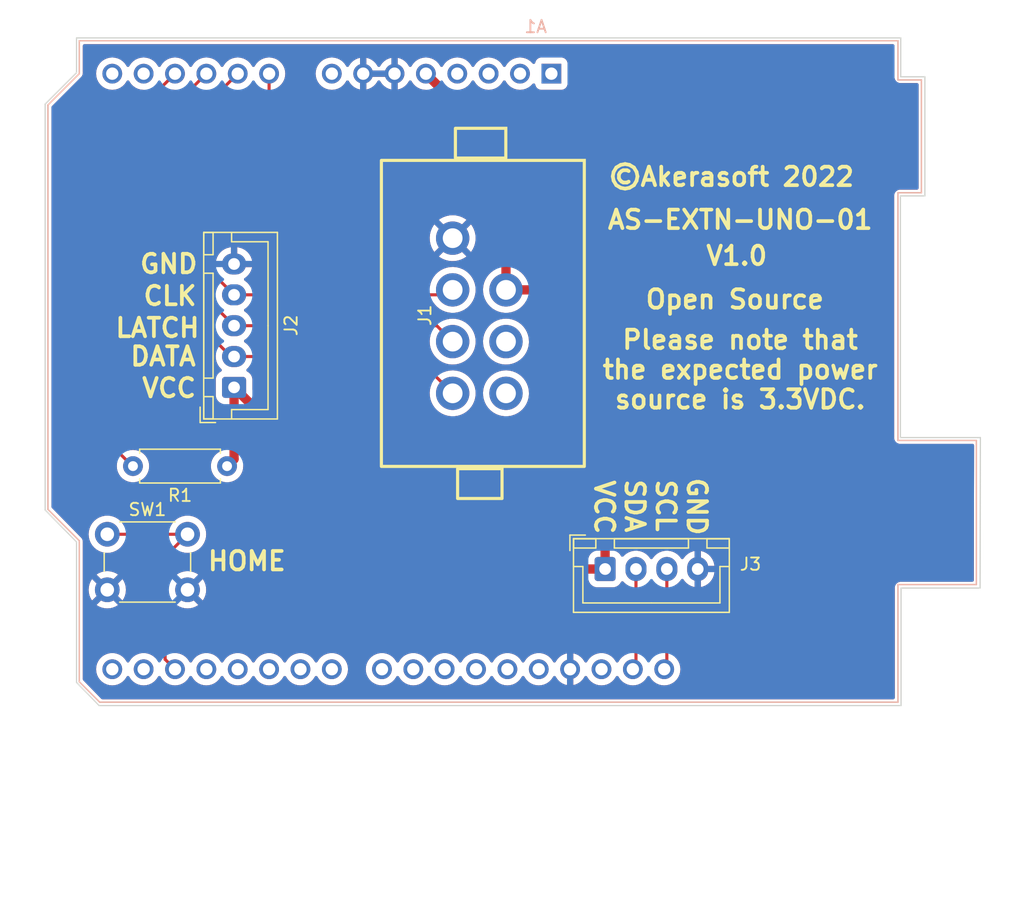
<source format=kicad_pcb>
(kicad_pcb (version 20211014) (generator pcbnew)
  (layers (0 "F.Cu" signal) (31 "B.Cu" signal) (34 "B.Paste" user) (35 "F.Paste" user) (36 "B.SilkS" user "B.Silkscreen") (37 "F.SilkS" user "F.Silkscreen") (38 "B.Mask" user) (39 "F.Mask" user) (44 "Edge.Cuts" user))
  (net 0 "")
  (net 5 "VCC")
  (net 6 "GND")
  (net 8 "/CLK")
  (net 9 "/PS")
  (net 10 "/GC_N64_DATA")
  (net 15 "/HOME")
  (net 28 "/SDA")
  (net 29 "/SCL")
  (net 30 "/DATA")
  (footprint "Button_Switch_THT:SW_PUSH_6mm_H4.3mm" (layer "F.Cu") (at 55.551 106.8938)
    (fp_text reference "SW1" (at 3.25 -2) (layer "F.SilkS"))
    (fp_text value "SW_Push")
    (fp_line (start -0.25 1.5) (end -0.25 3) (layer "F.SilkS") (width 0.12))
    (fp_line (start 1 5.5) (end 5.5 5.5) (layer "F.SilkS") (width 0.12))
    (fp_line (start 6.75 3) (end 6.75 1.5) (layer "F.SilkS") (width 0.12))
    (fp_line (start 5.5 -1) (end 1 -1) (layer "F.SilkS") (width 0.12))
    (pad "1" thru_hole circle (at 0 0 90) (size 2 2) (drill 1.1) (layers *.Cu *.Mask) (net 15 "/HOME"))
    (pad "1" thru_hole circle (at 6.5 0 90) (size 2 2) (drill 1.1) (layers *.Cu *.Mask) (net 15 "/HOME"))
    (pad "2" thru_hole circle (at 6.5 4.5 90) (size 2 2) (drill 1.1) (layers *.Cu *.Mask) (net 6 "GND"))
    (pad "2" thru_hole circle (at 0 4.5 90) (size 2 2) (drill 1.1) (layers *.Cu *.Mask) (net 6 "GND"))
  )
  (footprint "Library:NES controller port 180" (layer "F.Cu") (at 91.8227 87.5996)
    (fp_text reference "J1" (at -10.5494 1.5494 90 unlocked) (layer "F.SilkS"))
    (fp_text value "NES-CTRL")
    (fp_rect (start -3.996 -13.6017) (end -8.0772 -11.1887) (layer "F.SilkS") (width 0.254) (fill none))
    (fp_rect (start -4.3008 13.9827) (end -7.8994 16.3957) (layer "F.SilkS") (width 0.254) (fill none))
    (fp_rect (start 2.3622 -11.003) (end -14.0716 13.797) (layer "F.SilkS") (width 0.254) (fill none))
    (pad "1" thru_hole circle (at -8.2994 -4.6986 90) (size 2.7 2.7) (drill 1.6) (layers *.Cu *.Mask) (net 6 "GND"))
    (pad "2" thru_hole circle (at -8.2994 -0.5076 90) (size 2.7 2.7) (drill 1.6) (layers *.Cu *.Mask) (net 8 "/CLK"))
    (pad "3" thru_hole circle (at -8.2994 3.6834 90) (size 2.7 2.7) (drill 1.6) (layers *.Cu *.Mask) (net 9 "/PS"))
    (pad "4" thru_hole circle (at -8.2994 7.8744 90) (size 2.7 2.7) (drill 1.6) (layers *.Cu *.Mask) (net 30 "/DATA"))
    (pad "5" thru_hole circle (at -3.9814 7.874 90) (size 2.7 2.7) (drill 1.6) (layers *.Cu *.Mask))
    (pad "6" thru_hole circle (at -3.9814 3.683 90) (size 2.7 2.7) (drill 1.6) (layers *.Cu *.Mask))
    (pad "7" thru_hole circle (at -3.9814 -0.508 90) (size 2.7 2.7) (drill 1.6) (layers *.Cu *.Mask) (net 5 "VCC"))
  )
  (footprint "Resistor_THT:R_Axial_DIN0207_L6.3mm_D2.5mm_P7.62mm_Horizontal" (layer "F.Cu") (at 65.2526 101.3714 180)
    (fp_text reference "R1" (at 3.81 -2.37) (layer "F.SilkS"))
    (fp_text value "1.5K")
    (fp_line (start 0.54 1.04) (end 0.54 1.37) (layer "F.SilkS") (width 0.12))
    (fp_line (start 0.54 -1.37) (end 7.08 -1.37) (layer "F.SilkS") (width 0.12))
    (fp_line (start 0.54 -1.04) (end 0.54 -1.37) (layer "F.SilkS") (width 0.12))
    (fp_line (start 7.08 1.37) (end 7.08 1.04) (layer "F.SilkS") (width 0.12))
    (fp_line (start 0.54 1.37) (end 7.08 1.37) (layer "F.SilkS") (width 0.12))
    (fp_line (start 7.08 -1.37) (end 7.08 -1.04) (layer "F.SilkS") (width 0.12))
    (pad "1" thru_hole circle (at 0 0 180) (size 1.6 1.6) (drill 0.8) (layers *.Cu *.Mask) (net 5 "VCC"))
    (pad "2" thru_hole oval (at 7.62 0 180) (size 1.6 1.6) (drill 0.8) (layers *.Cu *.Mask) (net 10 "/GC_N64_DATA"))
  )
  (footprint "Connector_JST:JST_XH_B5B-XH-A_1x05_P2.50mm_Vertical" (layer "F.Cu") (at 65.8198 94.9922 90)
    (fp_text reference "J2" (at 5.0254 4.6144 90) (layer "F.SilkS"))
    (fp_text value "Conn_01x05")
    (fp_line (start -2.56 -2.46) (end -2.56 3.51) (layer "F.SilkS") (width 0.12))
    (fp_line (start -2.56 3.51) (end 12.56 3.51) (layer "F.SilkS") (width 0.12))
    (fp_line (start 0.75 -2.45) (end 0.75 -1.7) (layer "F.SilkS") (width 0.12))
    (fp_line (start -2.55 -2.45) (end -2.55 -1.7) (layer "F.SilkS") (width 0.12))
    (fp_line (start 12.55 -1.7) (end 12.55 -2.45) (layer "F.SilkS") (width 0.12))
    (fp_line (start -0.75 -1.7) (end -0.75 -2.45) (layer "F.SilkS") (width 0.12))
    (fp_line (start 12.56 -2.46) (end -2.56 -2.46) (layer "F.SilkS") (width 0.12))
    (fp_line (start 9.25 -1.7) (end 9.25 -2.45) (layer "F.SilkS") (width 0.12))
    (fp_line (start 10.75 -1.7) (end 12.55 -1.7) (layer "F.SilkS") (width 0.12))
    (fp_line (start -2.55 -1.7) (end -0.75 -1.7) (layer "F.SilkS") (width 0.12))
    (fp_line (start -2.85 -2.75) (end -2.85 -1.5) (layer "F.SilkS") (width 0.12))
    (fp_line (start -1.8 2.75) (end 5 2.75) (layer "F.SilkS") (width 0.12))
    (fp_line (start -1.6 -2.75) (end -2.85 -2.75) (layer "F.SilkS") (width 0.12))
    (fp_line (start 9.25 -2.45) (end 0.75 -2.45) (layer "F.SilkS") (width 0.12))
    (fp_line (start 0.75 -1.7) (end 9.25 -1.7) (layer "F.SilkS") (width 0.12))
    (fp_line (start -1.8 -0.2) (end -1.8 2.75) (layer "F.SilkS") (width 0.12))
    (fp_line (start 12.55 -0.2) (end 11.8 -0.2) (layer "F.SilkS") (width 0.12))
    (fp_line (start 12.55 -2.45) (end 10.75 -2.45) (layer "F.SilkS") (width 0.12))
    (fp_line (start 11.8 2.75) (end 5 2.75) (layer "F.SilkS") (width 0.12))
    (fp_line (start -2.55 -0.2) (end -1.8 -0.2) (layer "F.SilkS") (width 0.12))
    (fp_line (start -0.75 -2.45) (end -2.55 -2.45) (layer "F.SilkS") (width 0.12))
    (fp_line (start 12.56 3.51) (end 12.56 -2.46) (layer "F.SilkS") (width 0.12))
    (fp_line (start 11.8 -0.2) (end 11.8 2.75) (layer "F.SilkS") (width 0.12))
    (fp_line (start 10.75 -2.45) (end 10.75 -1.7) (layer "F.SilkS") (width 0.12))
    (pad "1" thru_hole roundrect (at 0 0 90) (size 1.7 1.95) (drill 0.95) (layers *.Cu *.Mask) (roundrect_rratio 0.1470588235) (net 5 "VCC"))
    (pad "2" thru_hole oval (at 2.5 0 90) (size 1.7 1.95) (drill 0.95) (layers *.Cu *.Mask) (net 30 "/DATA"))
    (pad "3" thru_hole oval (at 5 0 90) (size 1.7 1.95) (drill 0.95) (layers *.Cu *.Mask) (net 9 "/PS"))
    (pad "4" thru_hole oval (at 7.5 0 90) (size 1.7 1.95) (drill 0.95) (layers *.Cu *.Mask) (net 8 "/CLK"))
    (pad "5" thru_hole oval (at 10 0 90) (size 1.7 1.95) (drill 0.95) (layers *.Cu *.Mask) (net 6 "GND"))
  )
  (footprint "Connector_JST:JST_XH_B4B-XH-A_1x04_P2.50mm_Vertical" (layer "F.Cu") (at 95.8688 109.711)
    (fp_text reference "J3" (at 11.7764 -0.3894) (layer "F.SilkS"))
    (fp_text value "Conn_01x04")
    (fp_line (start 8.25 -1.7) (end 10.05 -1.7) (layer "F.SilkS") (width 0.12))
    (fp_line (start 9.3 -0.2) (end 9.3 2.75) (layer "F.SilkS") (width 0.12))
    (fp_line (start 6.75 -1.7) (end 6.75 -2.45) (layer "F.SilkS") (width 0.12))
    (fp_line (start -2.55 -1.7) (end -0.75 -1.7) (layer "F.SilkS") (width 0.12))
    (fp_line (start -0.75 -1.7) (end -0.75 -2.45) (layer "F.SilkS") (width 0.12))
    (fp_line (start 0.75 -2.45) (end 0.75 -1.7) (layer "F.SilkS") (width 0.12))
    (fp_line (start 10.05 -0.2) (end 9.3 -0.2) (layer "F.SilkS") (width 0.12))
    (fp_line (start -2.55 -0.2) (end -1.8 -0.2) (layer "F.SilkS") (width 0.12))
    (fp_line (start 6.75 -2.45) (end 0.75 -2.45) (layer "F.SilkS") (width 0.12))
    (fp_line (start -0.75 -2.45) (end -2.55 -2.45) (layer "F.SilkS") (width 0.12))
    (fp_line (start -2.56 -2.46) (end -2.56 3.51) (layer "F.SilkS") (width 0.12))
    (fp_line (start -2.85 -2.75) (end -2.85 -1.5) (layer "F.SilkS") (width 0.12))
    (fp_line (start -1.8 -0.2) (end -1.8 2.75) (layer "F.SilkS") (width 0.12))
    (fp_line (start -2.56 3.51) (end 10.06 3.51) (layer "F.SilkS") (width 0.12))
    (fp_line (start 10.06 3.51) (end 10.06 -2.46) (layer "F.SilkS") (width 0.12))
    (fp_line (start 10.05 -1.7) (end 10.05 -2.45) (layer "F.SilkS") (width 0.12))
    (fp_line (start 8.25 -2.45) (end 8.25 -1.7) (layer "F.SilkS") (width 0.12))
    (fp_line (start 0.75 -1.7) (end 6.75 -1.7) (layer "F.SilkS") (width 0.12))
    (fp_line (start -1.8 2.75) (end 3.75 2.75) (layer "F.SilkS") (width 0.12))
    (fp_line (start 9.3 2.75) (end 3.75 2.75) (layer "F.SilkS") (width 0.12))
    (fp_line (start 10.06 -2.46) (end -2.56 -2.46) (layer "F.SilkS") (width 0.12))
    (fp_line (start -1.6 -2.75) (end -2.85 -2.75) (layer "F.SilkS") (width 0.12))
    (fp_line (start -2.55 -2.45) (end -2.55 -1.7) (layer "F.SilkS") (width 0.12))
    (fp_line (start 10.05 -2.45) (end 8.25 -2.45) (layer "F.SilkS") (width 0.12))
    (pad "1" thru_hole roundrect (at 0 0) (size 1.7 1.95) (drill 0.95) (layers *.Cu *.Mask) (roundrect_rratio 0.1470588235) (net 5 "VCC"))
    (pad "2" thru_hole oval (at 2.5 0) (size 1.7 1.95) (drill 0.95) (layers *.Cu *.Mask) (net 28 "/SDA"))
    (pad "3" thru_hole oval (at 5 0) (size 1.7 1.95) (drill 0.95) (layers *.Cu *.Mask) (net 29 "/SCL"))
    (pad "4" thru_hole oval (at 7.5 0) (size 1.7 1.95) (drill 0.95) (layers *.Cu *.Mask) (net 6 "GND"))
  )
  (footprint "Module:Arduino_UNO_R3" (layer "B.Cu") (at 91.5162 69.5706 180)
    (fp_text reference "A1" (at 1.27 3.81) (layer "B.SilkS") (effects (justify mirror)))
    (fp_text value "Arduino_UNO_R3")
    (fp_line (start 38.23 -37.85) (end 40.77 -35.31) (layer "B.SilkS") (width 0.12))
    (fp_line (start 38.23 -49.28) (end 38.23 -37.85) (layer "B.SilkS") (width 0.12))
    (fp_line (start -28.07 2.67) (end -28.07 -0.51) (layer "B.SilkS") (width 0.12))
    (fp_line (start -28.07 -41.4) (end -28.07 -50.93) (layer "B.SilkS") (width 0.12))
    (fp_line (start 40.77 -2.54) (end 38.23 0) (layer "B.SilkS") (width 0.12))
    (fp_line (start -28.07 -0.51) (end -29.97 -0.51) (layer "B.SilkS") (width 0.12))
    (fp_line (start -29.97 -0.51) (end -29.97 -9.65) (layer "B.SilkS") (width 0.12))
    (fp_line (start 38.23 2.67) (end -28.07 2.67) (layer "B.SilkS") (width 0.12))
    (fp_line (start -28.07 -50.93) (end 36.58 -50.93) (layer "B.SilkS") (width 0.12))
    (fp_line (start -28.07 -9.65) (end -28.07 -29.72) (layer "B.SilkS") (width 0.12))
    (fp_line (start -34.42 -29.72) (end -34.42 -41.4) (layer "B.SilkS") (width 0.12))
    (fp_line (start -28.07 -29.72) (end -34.42 -29.72) (layer "B.SilkS") (width 0.12))
    (fp_line (start 36.58 -50.93) (end 38.23 -49.28) (layer "B.SilkS") (width 0.12))
    (fp_line (start -29.97 -9.65) (end -28.07 -9.65) (layer "B.SilkS") (width 0.12))
    (fp_line (start 38.23 0) (end 38.23 2.67) (layer "B.SilkS") (width 0.12))
    (fp_line (start 40.77 -35.31) (end 40.77 -2.54) (layer "B.SilkS") (width 0.12))
    (fp_line (start -34.42 -41.4) (end -28.07 -41.4) (layer "B.SilkS") (width 0.12))
    (pad "1" thru_hole rect (at 0 0 90) (size 1.6 1.6) (drill 1) (layers *.Cu *.Mask))
    (pad "2" thru_hole oval (at 2.54 0 90) (size 1.6 1.6) (drill 1) (layers *.Cu *.Mask))
    (pad "3" thru_hole oval (at 5.08 0 90) (size 1.6 1.6) (drill 1) (layers *.Cu *.Mask))
    (pad "4" thru_hole oval (at 7.62 0 90) (size 1.6 1.6) (drill 1) (layers *.Cu *.Mask))
    (pad "5" thru_hole oval (at 10.16 0 90) (size 1.6 1.6) (drill 1) (layers *.Cu *.Mask) (net 5 "VCC"))
    (pad "6" thru_hole oval (at 12.7 0 90) (size 1.6 1.6) (drill 1) (layers *.Cu *.Mask) (net 6 "GND"))
    (pad "7" thru_hole oval (at 15.24 0 90) (size 1.6 1.6) (drill 1) (layers *.Cu *.Mask) (net 6 "GND"))
    (pad "8" thru_hole oval (at 17.78 0 90) (size 1.6 1.6) (drill 1) (layers *.Cu *.Mask))
    (pad "9" thru_hole oval (at 22.86 0 90) (size 1.6 1.6) (drill 1) (layers *.Cu *.Mask) (net 8 "/CLK"))
    (pad "10" thru_hole oval (at 25.4 0 90) (size 1.6 1.6) (drill 1) (layers *.Cu *.Mask) (net 9 "/PS"))
    (pad "11" thru_hole oval (at 27.94 0 90) (size 1.6 1.6) (drill 1) (layers *.Cu *.Mask) (net 30 "/DATA"))
    (pad "12" thru_hole oval (at 30.48 0 90) (size 1.6 1.6) (drill 1) (layers *.Cu *.Mask) (net 10 "/GC_N64_DATA"))
    (pad "13" thru_hole oval (at 33.02 0 90) (size 1.6 1.6) (drill 1) (layers *.Cu *.Mask))
    (pad "14" thru_hole oval (at 35.56 0 90) (size 1.6 1.6) (drill 1) (layers *.Cu *.Mask))
    (pad "15" thru_hole oval (at 35.56 -48.26 90) (size 1.6 1.6) (drill 1) (layers *.Cu *.Mask))
    (pad "16" thru_hole oval (at 33.02 -48.26 90) (size 1.6 1.6) (drill 1) (layers *.Cu *.Mask))
    (pad "17" thru_hole oval (at 30.48 -48.26 90) (size 1.6 1.6) (drill 1) (layers *.Cu *.Mask) (net 15 "/HOME"))
    (pad "18" thru_hole oval (at 27.94 -48.26 90) (size 1.6 1.6) (drill 1) (layers *.Cu *.Mask))
    (pad "19" thru_hole oval (at 25.4 -48.26 90) (size 1.6 1.6) (drill 1) (layers *.Cu *.Mask))
    (pad "20" thru_hole oval (at 22.86 -48.26 90) (size 1.6 1.6) (drill 1) (layers *.Cu *.Mask))
    (pad "21" thru_hole oval (at 20.32 -48.26 90) (size 1.6 1.6) (drill 1) (layers *.Cu *.Mask))
    (pad "22" thru_hole oval (at 17.78 -48.26 90) (size 1.6 1.6) (drill 1) (layers *.Cu *.Mask))
    (pad "23" thru_hole oval (at 13.72 -48.26 90) (size 1.6 1.6) (drill 1) (layers *.Cu *.Mask))
    (pad "24" thru_hole oval (at 11.18 -48.26 90) (size 1.6 1.6) (drill 1) (layers *.Cu *.Mask))
    (pad "25" thru_hole oval (at 8.64 -48.26 90) (size 1.6 1.6) (drill 1) (layers *.Cu *.Mask))
    (pad "26" thru_hole oval (at 6.1 -48.26 90) (size 1.6 1.6) (drill 1) (layers *.Cu *.Mask))
    (pad "27" thru_hole oval (at 3.56 -48.26 90) (size 1.6 1.6) (drill 1) (layers *.Cu *.Mask))
    (pad "28" thru_hole oval (at 1.02 -48.26 90) (size 1.6 1.6) (drill 1) (layers *.Cu *.Mask))
    (pad "29" thru_hole oval (at -1.52 -48.26 90) (size 1.6 1.6) (drill 1) (layers *.Cu *.Mask) (net 6 "GND"))
    (pad "30" thru_hole oval (at -4.06 -48.26 90) (size 1.6 1.6) (drill 1) (layers *.Cu *.Mask))
    (pad "31" thru_hole oval (at -6.6 -48.26 90) (size 1.6 1.6) (drill 1) (layers *.Cu *.Mask) (net 28 "/SDA"))
    (pad "32" thru_hole oval (at -9.14 -48.26 90) (size 1.6 1.6) (drill 1) (layers *.Cu *.Mask) (net 29 "/SCL"))
  )
  (gr_line (start 121.7676 69.8246) (end 121.7676 79.4766) (layer "Edge.Cuts") (width 0.1))
  (gr_line (start 126.238 111.252) (end 119.8372 111.252) (layer "Edge.Cuts") (width 0.1))
  (gr_line (start 119.8118 69.8246) (end 121.7676 69.8246) (layer "Edge.Cuts") (width 0.1))
  (gr_line (start 119.7864 79.4766) (end 119.7864 99.06) (layer "Edge.Cuts") (width 0.1))
  (gr_line (start 119.7864 99.06) (end 126.2634 99.06) (layer "Edge.Cuts") (width 0.1))
  (gr_line (start 53.0606 69.4944) (end 53.0606 66.675) (layer "Edge.Cuts") (width 0.1))
  (gr_line (start 121.7676 79.4766) (end 119.7864 79.4766) (layer "Edge.Cuts") (width 0.1))
  (gr_line (start 50.5206 72.0344) (end 53.0606 69.4944) (layer "Edge.Cuts") (width 0.1))
  (gr_line (start 53.0606 107.5182) (end 50.5206 104.9274) (layer "Edge.Cuts") (width 0.1))
  (gr_line (start 50.5206 104.9274) (end 50.5206 72.0344) (layer "Edge.Cuts") (width 0.1))
  (gr_line (start 119.8118 66.675) (end 119.8118 69.8246) (layer "Edge.Cuts") (width 0.1))
  (gr_line (start 53.0606 118.8974) (end 53.0606 107.5182) (layer "Edge.Cuts") (width 0.1))
  (gr_line (start 54.8894 120.777) (end 53.0606 118.8974) (layer "Edge.Cuts") (width 0.1))
  (gr_line (start 119.8372 120.777) (end 54.8894 120.777) (layer "Edge.Cuts") (width 0.1))
  (gr_line (start 53.0606 66.675) (end 119.8118 66.675) (layer "Edge.Cuts") (width 0.1))
  (gr_line (start 126.2634 99.06) (end 126.238 111.252) (layer "Edge.Cuts") (width 0.1))
  (gr_line (start 119.8372 111.252) (end 119.8372 120.777) (layer "Edge.Cuts") (width 0.1))
  (gr_text "SCL" (at 100.7872 104.5718 -90) (layer "F.SilkS") (effects (font (size 1.5 1.5) (thickness 0.3))))
  (gr_text "©Akerasoft 2022" (at 106.0958 77.9272) (layer "F.SilkS") (effects (font (size 1.5 1.5) (thickness 0.3))))
  (gr_text "GND" (at 103.3018 104.648 -90) (layer "F.SilkS") (effects (font (size 1.5 1.5) (thickness 0.3))))
  (gr_text "GND" (at 60.5282 84.9884) (layer "F.SilkS") (effects (font (size 1.5 1.5) (thickness 0.3))))
  (gr_text "DATA" (at 60.071 92.4814) (layer "F.SilkS") (effects (font (size 1.5 1.5) (thickness 0.3))))
  (gr_text "Open Source" (at 106.3752 87.8586) (layer "F.SilkS") (effects (font (size 1.5 1.5) (thickness 0.3))))
  (gr_text "SDA" (at 98.2726 104.5972 -90) (layer "F.SilkS") (effects (font (size 1.5 1.5) (thickness 0.3))))
  (gr_text "CLK" (at 60.6298 87.5792) (layer "F.SilkS") (effects (font (size 1.5 1.5) (thickness 0.3))))
  (gr_text "VCC" (at 95.8088 104.6988 -90) (layer "F.SilkS") (effects (font (size 1.5 1.5) (thickness 0.3))))
  (gr_text "V1.0" (at 106.5276 84.328) (layer "F.SilkS") (effects (font (size 1.5 1.5) (thickness 0.3))))
  (gr_text "LATCH" (at 59.6138 90.17) (layer "F.SilkS") (effects (font (size 1.5 1.5) (thickness 0.3))))
  (gr_text "HOME" (at 66.8528 109.0676) (layer "F.SilkS") (effects (font (size 1.5 1.5) (thickness 0.3))))
  (gr_text "AS-EXTN-UNO-01" (at 106.807 81.407) (layer "F.SilkS") (effects (font (size 1.5 1.5) (thickness 0.3))))
  (gr_text "VCC" (at 60.5536 95.0468) (layer "F.SilkS") (effects (font (size 1.5 1.5) (thickness 0.3))))
  (gr_text "Please note that\nthe expected power\nsource is 3.3VDC." (at 106.807 93.5482) (layer "F.SilkS") (effects (font (size 1.5 1.5) (thickness 0.3))))
  (segment (start 87.8413 76.0557) (end 87.8413 87.0916) (width 0.75) (layer "F.Cu") (net 5))
  (segment (start 87.503 75.7174) (end 81.3562 69.5706) (width 0.75) (layer "F.Cu") (net 5))
  (segment (start 90.1142 87.0916) (end 95.8688 92.8462) (width 0.75) (layer "F.Cu") (net 5))
  (segment (start 95.8688 92.8462) (end 95.8688 109.711) (width 0.75) (layer "F.Cu") (net 5))
  (segment (start 80.5386 109.711) (end 65.8198 94.9922) (width 0.75) (layer "F.Cu") (net 5))
  (segment (start 95.8688 109.711) (end 80.5386 109.711) (width 0.75) (layer "F.Cu") (net 5))
  (segment (start 87.8413 87.0916) (end 90.1142 87.0916) (width 0.75) (layer "F.Cu") (net 5))
  (segment (start 65.8198 100.8042) (end 65.2526 101.3714) (width 0.75) (layer "F.Cu") (net 5))
  (segment (start 65.8198 94.9922) (end 65.8198 100.8042) (width 0.75) (layer "F.Cu") (net 5))
  (segment (start 87.4522 75.6666) (end 87.8413 76.0557) (width 0.75) (layer "F.Cu") (net 5))
  (segment (start 65.8198 87.4922) (end 61.849 83.5214) (width 0.25) (layer "F.Cu") (net 8))
  (segment (start 61.849 83.5214) (end 61.849 78.2066) (width 0.25) (layer "F.Cu") (net 8))
  (segment (start 83.1231 87.4922) (end 83.5233 87.092) (width 0.25) (layer "F.Cu") (net 8))
  (segment (start 68.6562 71.3994) (end 68.6562 69.5706) (width 0.25) (layer "F.Cu") (net 8))
  (segment (start 61.849 78.2066) (end 68.6562 71.3994) (width 0.25) (layer "F.Cu") (net 8))
  (segment (start 65.8198 87.4922) (end 83.1231 87.4922) (width 0.25) (layer "F.Cu") (net 8))
  (segment (start 65.8198 89.9922) (end 60.5536 84.726) (width 0.25) (layer "F.Cu") (net 9))
  (segment (start 60.5536 75.1332) (end 66.1162 69.5706) (width 0.25) (layer "F.Cu") (net 9))
  (segment (start 60.5536 84.726) (end 60.5536 75.1332) (width 0.25) (layer "F.Cu") (net 9))
  (segment (start 82.2325 89.9922) (end 83.5233 91.283) (width 0.25) (layer "F.Cu") (net 9))
  (segment (start 65.8198 89.9922) (end 82.2325 89.9922) (width 0.25) (layer "F.Cu") (net 9))
  (segment (start 53.086 96.8756) (end 57.5818 101.3714) (width 0.25) (layer "F.Cu") (net 10))
  (segment (start 61.0362 69.5706) (end 53.086 77.5208) (width 0.25) (layer "F.Cu") (net 10))
  (segment (start 57.5818 101.3714) (end 57.6326 101.3714) (width 0.25) (layer "F.Cu") (net 10))
  (segment (start 53.086 77.5208) (end 53.086 96.8756) (width 0.25) (layer "F.Cu") (net 10))
  (segment (start 55.551 106.8938) (end 62.051 106.8938) (width 0.25) (layer "F.Cu") (net 15))
  (segment (start 60.236201 108.708599) (end 60.236201 117.030601) (width 0.25) (layer "F.Cu") (net 15))
  (segment (start 60.236201 117.030601) (end 61.0362 117.8306) (width 0.25) (layer "F.Cu") (net 15))
  (segment (start 62.051 106.8938) (end 60.236201 108.708599) (width 0.25) (layer "F.Cu") (net 15))
  (segment (start 98.3688 109.711) (end 98.3688 117.578) (width 0.25) (layer "F.Cu") (net 28))
  (segment (start 98.3688 117.578) (end 98.1162 117.8306) (width 0.25) (layer "F.Cu") (net 28))
  (segment (start 100.8688 109.711) (end 100.8688 117.618) (width 0.25) (layer "F.Cu") (net 29))
  (segment (start 100.8688 117.618) (end 100.6562 117.8306) (width 0.25) (layer "F.Cu") (net 29))
  (segment (start 59.0042 74.1426) (end 63.5762 69.5706) (width 0.25) (layer "F.Cu") (net 30))
  (segment (start 59.0042 85.9282) (end 59.0042 74.1426) (width 0.25) (layer "F.Cu") (net 30))
  (segment (start 65.8198 92.4922) (end 80.5415 92.4922) (width 0.25) (layer "F.Cu") (net 30))
  (segment (start 80.5415 92.4922) (end 83.5233 95.474) (width 0.25) (layer "F.Cu") (net 30))
  (segment (start 65.5682 92.4922) (end 59.0042 85.9282) (width 0.25) (layer "F.Cu") (net 30))
  (segment (start 65.8198 92.4922) (end 65.5682 92.4922) (width 0.25) (layer "F.Cu") (net 30))
  (zone (net 6) (net_name "GND") (layers F&B.Cu) (connect_pads (clearance 0.508)) (min_thickness 0.254) (fill yes (thermal_gap 0.508) (thermal_bridge_width 0.508))
    (polygon (pts (xy 53.1114 63.754) (xy 128.2192 63.881) (xy 129.794 136.5504) (xy 47.8028 133.0706) (xy 46.863 63.6016)))
  )
)
</source>
